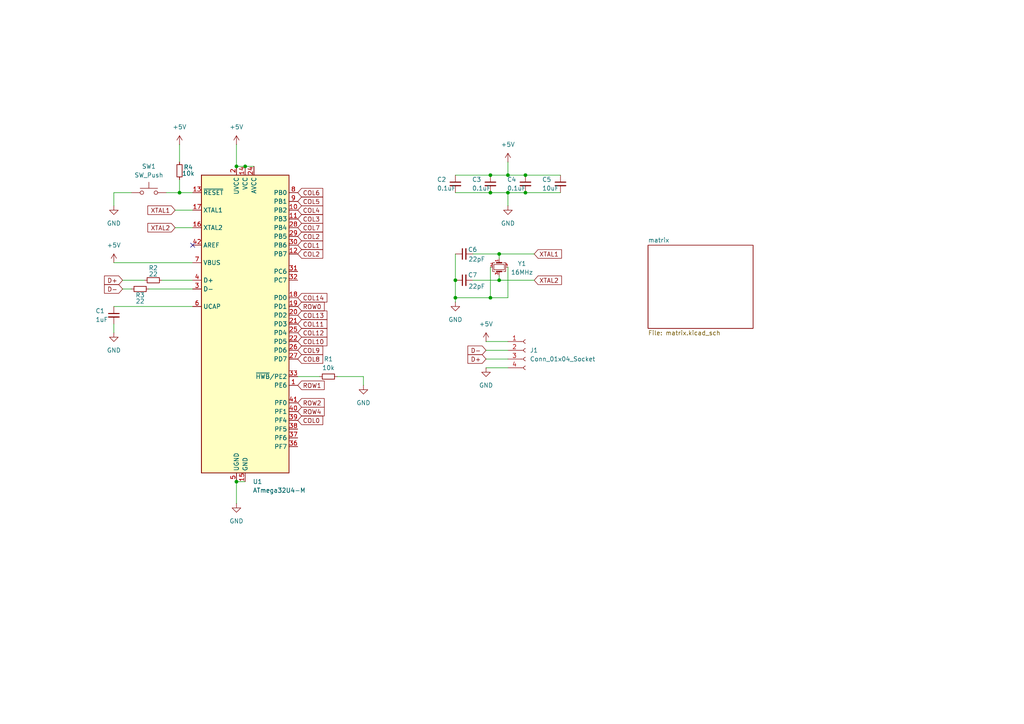
<source format=kicad_sch>
(kicad_sch (version 20231120) (generator "eeschema") (generator_version "8.0")
  (paper "A4")
  (title_block (title "Minimal60") (rev "1"))
  (lib_symbols
    (symbol "Connector:Conn_01x04_Socket" (pin_names (offset 1.016) hide)
      (property "Reference" "J" (at 0 5.08 0))
      (property "Value" "Conn_01x04_Socket" (at 0 -7.62 0))
      (symbol "Conn_01x04_Socket_1_1"
        (arc (start 0 -4.572) (mid -0.5058 -5.08) (end 0 -5.588) (stroke (width 0.1524)))
        (arc (start 0 -2.032) (mid -0.5058 -2.54) (end 0 -3.048) (stroke (width 0.1524)))
        (polyline (pts (xy -1.27 -5.08) (xy -0.508 -5.08)) (stroke (width 0.1524)))
        (polyline (pts (xy -1.27 -2.54) (xy -0.508 -2.54)) (stroke (width 0.1524)))
        (polyline (pts (xy -1.27 0) (xy -0.508 0)) (stroke (width 0.1524)))
        (polyline (pts (xy -1.27 2.54) (xy -0.508 2.54)) (stroke (width 0.1524)))
        (arc (start 0 0.508) (mid -0.5058 0) (end 0 -0.508) (stroke (width 0.1524)))
        (arc (start 0 3.048) (mid -0.5058 2.54) (end 0 2.032) (stroke (width 0.1524)))
        (pin passive line (at -5.08 2.54 0) (length 3.81) (name "Pin_1") (number "1"))
        (pin passive line (at -5.08 0 0) (length 3.81) (name "Pin_2") (number "2"))
        (pin passive line (at -5.08 -2.54 0) (length 3.81) (name "Pin_3") (number "3"))
        (pin passive line (at -5.08 -5.08 0) (length 3.81) (name "Pin_4") (number "4"))
      )
    )
    (symbol "Device:C_Small" (pin_numbers hide) (pin_names (offset 0.254) hide)
      (property "Reference" "C" (at 0.254 1.778 0))
      (property "Value" "C_Small" (at 0.254 -2.032 0))
      (symbol "C_Small_0_1"
        (polyline (pts (xy -1.524 -0.508) (xy 1.524 -0.508)) (stroke (width 0.3302)))
        (polyline (pts (xy -1.524 0.508) (xy 1.524 0.508)) (stroke (width 0.3048)))
      )
      (symbol "C_Small_1_1"
        (pin passive line (at 0 2.54 270) (length 2.032) (name "~") (number "1"))
        (pin passive line (at 0 -2.54 90) (length 2.032) (name "~") (number "2"))
      )
    )
    (symbol "Device:Crystal_GND24_Small" (pin_names (offset 1.016) hide)
      (property "Reference" "Y" (at 1.27 4.445 0))
      (property "Value" "Crystal_GND24_Small" (at 1.27 2.54 0))
      (symbol "Crystal_GND24_Small_0_1"
        (rectangle (start -0.762 -1.524) (end 0.762 1.524))
        (polyline (pts (xy -1.27 -0.762) (xy -1.27 0.762)) (stroke (width 0.381)))
        (polyline (pts (xy 1.27 -0.762) (xy 1.27 0.762)) (stroke (width 0.381)))
        (polyline (pts (xy -1.27 -1.27) (xy -1.27 -1.905) (xy 1.27 -1.905) (xy 1.27 -1.27)))
        (polyline (pts (xy -1.27 1.27) (xy -1.27 1.905) (xy 1.27 1.905) (xy 1.27 1.27)))
      )
      (symbol "Crystal_GND24_Small_1_1"
        (pin passive line (at -2.54 0 0) (length 1.27) (name "1") (number "1"))
        (pin passive line (at 0 -2.54 90) (length 0.635) (name "2") (number "2"))
        (pin passive line (at 2.54 0 180) (length 1.27) (name "3") (number "3"))
        (pin passive line (at 0 2.54 270) (length 0.635) (name "4") (number "4"))
      )
    )
    (symbol "Device:R_Small" (pin_numbers hide) (pin_names (offset 0.254) hide)
      (property "Reference" "R" (at 0.762 0.508 0))
      (property "Value" "R_Small" (at 0.762 -1.016 0))
      (symbol "R_Small_0_1"
        (rectangle (start -0.762 1.778) (end 0.762 -1.778) (stroke (width 0.2032)))
      )
      (symbol "R_Small_1_1"
        (pin passive line (at 0 2.54 270) (length 0.762) (name "~") (number "1"))
        (pin passive line (at 0 -2.54 90) (length 0.762) (name "~") (number "2"))
      )
    )
    (symbol "MCU_Microchip_ATmega:ATmega32U4-M"
      (property "Reference" "U" (at -12.7 44.45 0))
      (property "Value" "ATmega32U4-M" (at 2.54 -44.45 0))
      (symbol "ATmega32U4-M_0_1"
        (rectangle (start -12.7 -43.18) (end 12.7 43.18) (stroke (width 0.254)) (fill (type background)))
      )
      (symbol "ATmega32U4-M_1_1"
        (pin bidirectional line (at 15.24 -17.78 180) (length 2.54) (name "PE6") (number "1"))
        (pin bidirectional line (at 15.24 33.02 180) (length 2.54) (name "PB2") (number "10"))
        (pin bidirectional line (at 15.24 30.48 180) (length 2.54) (name "PB3") (number "11"))
        (pin bidirectional line (at 15.24 20.32 180) (length 2.54) (name "PB7") (number "12"))
        (pin input line (at -15.24 38.1 0) (length 2.54) (name "~{RESET}") (number "13"))
        (pin power_in line (at 0 45.72 270) (length 2.54) (name "VCC") (number "14"))
        (pin power_in line (at 0 -45.72 90) (length 2.54) (name "GND") (number "15"))
        (pin output line (at -15.24 27.94 0) (length 2.54) (name "XTAL2") (number "16"))
        (pin input line (at -15.24 33.02 0) (length 2.54) (name "XTAL1") (number "17"))
        (pin bidirectional line (at 15.24 7.62 180) (length 2.54) (name "PD0") (number "18"))
        (pin bidirectional line (at 15.24 5.08 180) (length 2.54) (name "PD1") (number "19"))
        (pin power_in line (at -2.54 45.72 270) (length 2.54) (name "UVCC") (number "2"))
        (pin bidirectional line (at 15.24 2.54 180) (length 2.54) (name "PD2") (number "20"))
        (pin bidirectional line (at 15.24 0 180) (length 2.54) (name "PD3") (number "21"))
        (pin bidirectional line (at 15.24 -5.08 180) (length 2.54) (name "PD5") (number "22"))
        (pin passive line (at 0 -45.72 90) (length 2.54) hide (name "GND") (number "23"))
        (pin power_in line (at 2.54 45.72 270) (length 2.54) (name "AVCC") (number "24"))
        (pin bidirectional line (at 15.24 -2.54 180) (length 2.54) (name "PD4") (number "25"))
        (pin bidirectional line (at 15.24 -7.62 180) (length 2.54) (name "PD6") (number "26"))
        (pin bidirectional line (at 15.24 -10.16 180) (length 2.54) (name "PD7") (number "27"))
        (pin bidirectional line (at 15.24 27.94 180) (length 2.54) (name "PB4") (number "28"))
        (pin bidirectional line (at 15.24 25.4 180) (length 2.54) (name "PB5") (number "29"))
        (pin bidirectional line (at -15.24 10.16 0) (length 2.54) (name "D-") (number "3"))
        (pin bidirectional line (at 15.24 22.86 180) (length 2.54) (name "PB6") (number "30"))
        (pin bidirectional line (at 15.24 15.24 180) (length 2.54) (name "PC6") (number "31"))
        (pin bidirectional line (at 15.24 12.7 180) (length 2.54) (name "PC7") (number "32"))
        (pin bidirectional line (at 15.24 -15.24 180) (length 2.54) (name "~{HWB}/PE2") (number "33"))
        (pin passive line (at 0 45.72 270) (length 2.54) hide (name "VCC") (number "34"))
        (pin passive line (at 0 -45.72 90) (length 2.54) hide (name "GND") (number "35"))
        (pin bidirectional line (at 15.24 -35.56 180) (length 2.54) (name "PF7") (number "36"))
        (pin bidirectional line (at 15.24 -33.02 180) (length 2.54) (name "PF6") (number "37"))
        (pin bidirectional line (at 15.24 -30.48 180) (length 2.54) (name "PF5") (number "38"))
        (pin bidirectional line (at 15.24 -27.94 180) (length 2.54) (name "PF4") (number "39"))
        (pin bidirectional line (at -15.24 12.7 0) (length 2.54) (name "D+") (number "4"))
        (pin bidirectional line (at 15.24 -25.4 180) (length 2.54) (name "PF1") (number "40"))
        (pin bidirectional line (at 15.24 -22.86 180) (length 2.54) (name "PF0") (number "41"))
        (pin passive line (at -15.24 22.86 0) (length 2.54) (name "AREF") (number "42"))
        (pin passive line (at 0 -45.72 90) (length 2.54) hide (name "GND") (number "43"))
        (pin passive line (at 2.54 45.72 270) (length 2.54) hide (name "AVCC") (number "44"))
        (pin passive line (at 0 -45.72 90) (length 2.54) hide (name "GND") (number "45"))
        (pin passive line (at -2.54 -45.72 90) (length 2.54) (name "UGND") (number "5"))
        (pin passive line (at -15.24 5.08 0) (length 2.54) (name "UCAP") (number "6"))
        (pin input line (at -15.24 17.78 0) (length 2.54) (name "VBUS") (number "7"))
        (pin bidirectional line (at 15.24 38.1 180) (length 2.54) (name "PB0") (number "8"))
        (pin bidirectional line (at 15.24 35.56 180) (length 2.54) (name "PB1") (number "9"))
      )
    )
    (symbol "Switch:SW_Push" (pin_numbers hide) (pin_names (offset 1.016) hide)
      (property "Reference" "SW" (at 1.27 2.54 0))
      (property "Value" "SW_Push" (at 0 -1.524 0))
      (symbol "SW_Push_0_1"
        (circle (center -2.032 0) (radius 0.508))
        (polyline (pts (xy 0 1.27) (xy 0 3.048)))
        (polyline (pts (xy 2.54 1.27) (xy -2.54 1.27)))
        (circle (center 2.032 0) (radius 0.508))
        (pin passive line (at -5.08 0 0) (length 2.54) (name "1") (number "1"))
        (pin passive line (at 5.08 0 180) (length 2.54) (name "2") (number "2"))
      )
    )
    (symbol "power:+5V" (power) (pin_numbers hide) (pin_names (offset 0) hide)
      (property "Value" "+5V" (at 0 3.556 0))
      (symbol "+5V_0_1"
        (polyline (pts (xy -0.762 1.27) (xy 0 2.54)))
        (polyline (pts (xy 0 0) (xy 0 2.54)))
        (polyline (pts (xy 0 2.54) (xy 0.762 1.27)))
      )
      (symbol "+5V_1_1"
        (pin power_in line (at 0 0 90) (length 0) (name "~") (number "1"))
      )
    )
    (symbol "power:GND" (power) (pin_numbers hide) (pin_names (offset 0) hide)
      (property "Value" "GND" (at 0 -3.81 0))
      (symbol "GND_0_1"
        (polyline (pts (xy 0 0) (xy 0 -1.27) (xy 1.27 -1.27) (xy 0 -2.54) (xy -1.27 -1.27) (xy 0 -1.27)))
      )
      (symbol "GND_1_1"
        (pin power_in line (at 0 0 270) (length 0) (name "~") (number "1"))
      )
    )
  )
  (junction (at 142.24 86.36))
  (junction (at 144.78 81.28))
  (junction (at 132.08 86.36))
  (junction (at 142.24 55.88))
  (junction (at 68.58 139.7))
  (junction (at 68.58 48.26))
  (junction (at 152.4 55.88))
  (junction (at 144.78 73.66))
  (junction (at 142.24 50.8))
  (junction (at 132.08 81.28))
  (junction (at 147.32 55.88))
  (junction (at 52.07 55.88))
  (junction (at 152.4 50.8))
  (junction (at 147.32 50.8))
  (junction (at 71.12 48.26))
  (no_connect (at 55.88 71.12))
  (wire (pts (xy 147.32 86.36) (xy 142.24 86.36)))
  (wire (pts (xy 68.58 41.91) (xy 68.58 48.26)))
  (wire (pts (xy 33.02 55.88) (xy 38.1 55.88)))
  (wire (pts (xy 144.78 73.66) (xy 154.94 73.66)))
  (wire (pts (xy 33.02 93.98) (xy 33.02 96.52)))
  (wire (pts (xy 144.78 81.28) (xy 154.94 81.28)))
  (wire (pts (xy 97.79 109.22) (xy 105.41 109.22)))
  (wire (pts (xy 142.24 50.8) (xy 147.32 50.8)))
  (wire (pts (xy 144.78 80.01) (xy 144.78 81.28)))
  (wire (pts (xy 144.78 74.93) (xy 144.78 73.66)))
  (wire (pts (xy 68.58 139.7) (xy 71.12 139.7)))
  (wire (pts (xy 52.07 41.91) (xy 52.07 46.99)))
  (wire (pts (xy 144.78 81.28) (xy 137.16 81.28)))
  (wire (pts (xy 147.32 55.88) (xy 152.4 55.88)))
  (wire (pts (xy 152.4 50.8) (xy 162.56 50.8)))
  (wire (pts (xy 35.56 83.82) (xy 38.1 83.82)))
  (wire (pts (xy 147.32 46.99) (xy 147.32 50.8)))
  (wire (pts (xy 35.56 81.28) (xy 41.91 81.28)))
  (wire (pts (xy 86.36 109.22) (xy 92.71 109.22)))
  (wire (pts (xy 142.24 77.47) (xy 142.24 86.36)))
  (wire (pts (xy 105.41 109.22) (xy 105.41 111.76)))
  (wire (pts (xy 68.58 48.26) (xy 71.12 48.26)))
  (wire (pts (xy 33.02 76.2) (xy 55.88 76.2)))
  (wire (pts (xy 48.26 55.88) (xy 52.07 55.88)))
  (wire (pts (xy 46.99 81.28) (xy 55.88 81.28)))
  (wire (pts (xy 68.58 146.05) (xy 68.58 139.7)))
  (wire (pts (xy 132.08 73.66) (xy 132.08 81.28)))
  (wire (pts (xy 132.08 50.8) (xy 142.24 50.8)))
  (wire (pts (xy 140.97 99.06) (xy 147.32 99.06)))
  (wire (pts (xy 132.08 81.28) (xy 132.08 86.36)))
  (wire (pts (xy 144.78 73.66) (xy 137.16 73.66)))
  (wire (pts (xy 140.97 104.14) (xy 147.32 104.14)))
  (wire (pts (xy 140.97 106.68) (xy 147.32 106.68)))
  (wire (pts (xy 33.02 88.9) (xy 55.88 88.9)))
  (wire (pts (xy 33.02 59.69) (xy 33.02 55.88)))
  (wire (pts (xy 147.32 77.47) (xy 147.32 86.36)))
  (wire (pts (xy 132.08 86.36) (xy 132.08 87.63)))
  (wire (pts (xy 71.12 48.26) (xy 73.66 48.26)))
  (wire (pts (xy 142.24 86.36) (xy 132.08 86.36)))
  (wire (pts (xy 147.32 55.88) (xy 147.32 59.69)))
  (wire (pts (xy 52.07 55.88) (xy 55.88 55.88)))
  (wire (pts (xy 152.4 55.88) (xy 162.56 55.88)))
  (wire (pts (xy 50.8 60.96) (xy 55.88 60.96)))
  (wire (pts (xy 50.8 66.04) (xy 55.88 66.04)))
  (wire (pts (xy 147.32 50.8) (xy 152.4 50.8)))
  (wire (pts (xy 43.18 83.82) (xy 55.88 83.82)))
  (wire (pts (xy 52.07 52.07) (xy 52.07 55.88)))
  (wire (pts (xy 140.97 101.6) (xy 147.32 101.6)))
  (wire (pts (xy 132.08 55.88) (xy 142.24 55.88)))
  (wire (pts (xy 142.24 55.88) (xy 147.32 55.88)))
  (global_label "COL4" (shape input) (at 86.36 60.96 0) (property "Intersheetrefs" "${INTERSHEET_REFS}" (effects (hide yes))))
  (global_label "D-" (shape input) (at 140.97 101.6 180) (property "Intersheetrefs" "${INTERSHEET_REFS}" (effects (hide yes))))
  (global_label "COL0" (shape input) (at 86.36 121.92 0) (property "Intersheetrefs" "${INTERSHEET_REFS}" (effects (hide yes))))
  (global_label "ROW4" (shape input) (at 86.36 119.38 0) (property "Intersheetrefs" "${INTERSHEET_REFS}" (effects (hide yes))))
  (global_label "XTAL1" (shape input) (at 50.8 60.96 180) (property "Intersheetrefs" "${INTERSHEET_REFS}" (effects (hide yes))))
  (global_label "COL7" (shape input) (at 86.36 66.04 0) (property "Intersheetrefs" "${INTERSHEET_REFS}" (effects (hide yes))))
  (global_label "COL13" (shape input) (at 86.36 91.44 0) (property "Intersheetrefs" "${INTERSHEET_REFS}" (effects (hide yes))))
  (global_label "COL5" (shape input) (at 86.36 58.42 0) (property "Intersheetrefs" "${INTERSHEET_REFS}" (effects (hide yes))))
  (global_label "COL1" (shape input) (at 86.36 71.12 0) (property "Intersheetrefs" "${INTERSHEET_REFS}" (effects (hide yes))))
  (global_label "COL6" (shape input) (at 86.36 55.88 0) (property "Intersheetrefs" "${INTERSHEET_REFS}" (effects (hide yes))))
  (global_label "COL8" (shape input) (at 86.36 104.14 0) (property "Intersheetrefs" "${INTERSHEET_REFS}" (effects (hide yes))))
  (global_label "ROW0" (shape input) (at 86.36 88.9 0) (property "Intersheetrefs" "${INTERSHEET_REFS}" (effects (hide yes))))
  (global_label "XTAL2" (shape input) (at 154.94 81.28 0) (property "Intersheetrefs" "${INTERSHEET_REFS}" (effects (hide yes))))
  (global_label "ROW1" (shape input) (at 86.36 111.76 0) (property "Intersheetrefs" "${INTERSHEET_REFS}" (effects (hide yes))))
  (global_label "COL14" (shape input) (at 86.36 86.36 0) (property "Intersheetrefs" "${INTERSHEET_REFS}" (effects (hide yes))))
  (global_label "COL11" (shape input) (at 86.36 93.98 0) (property "Intersheetrefs" "${INTERSHEET_REFS}" (effects (hide yes))))
  (global_label "COL3" (shape input) (at 86.36 63.5 0) (property "Intersheetrefs" "${INTERSHEET_REFS}" (effects (hide yes))))
  (global_label "D+" (shape input) (at 140.97 104.14 180) (property "Intersheetrefs" "${INTERSHEET_REFS}" (effects (hide yes))))
  (global_label "XTAL1" (shape input) (at 154.94 73.66 0) (property "Intersheetrefs" "${INTERSHEET_REFS}" (effects (hide yes))))
  (global_label "COL2" (shape input) (at 86.36 73.66 0) (property "Intersheetrefs" "${INTERSHEET_REFS}" (effects (hide yes))))
  (global_label "D+" (shape input) (at 35.56 81.28 180) (property "Intersheetrefs" "${INTERSHEET_REFS}" (effects (hide yes))))
  (global_label "ROW2" (shape input) (at 86.36 116.84 0) (property "Intersheetrefs" "${INTERSHEET_REFS}" (effects (hide yes))))
  (global_label "COL2" (shape input) (at 86.36 68.58 0) (property "Intersheetrefs" "${INTERSHEET_REFS}" (effects (hide yes))))
  (global_label "XTAL2" (shape input) (at 50.8 66.04 180) (property "Intersheetrefs" "${INTERSHEET_REFS}" (effects (hide yes))))
  (global_label "D-" (shape input) (at 35.56 83.82 180) (property "Intersheetrefs" "${INTERSHEET_REFS}" (effects (hide yes))))
  (global_label "COL12" (shape input) (at 86.36 96.52 0) (property "Intersheetrefs" "${INTERSHEET_REFS}" (effects (hide yes))))
  (global_label "COL10" (shape input) (at 86.36 99.06 0) (property "Intersheetrefs" "${INTERSHEET_REFS}" (effects (hide yes))))
  (global_label "COL9" (shape input) (at 86.36 101.6 0) (property "Intersheetrefs" "${INTERSHEET_REFS}" (effects (hide yes))))
  (symbol (lib_id "power:GND") (at 147.32 59.69 0) (unit 1)
    (property "Reference" "#PWR06" (effects (hide yes)))
    (property "Value" "GND" (at 147.32 64.77 0))
    (property "Description" "Power symbol creates a global label with name \"GND\" , ground" (effects (hide yes)))
  )
  (symbol (lib_id "Device:C_Small") (at 132.08 53.34 0) (unit 1)
    (property "Reference" "C2" (at 126.746 52.07 0) (effects (justify left)))
    (property "Value" "0.1uF" (at 126.746 54.61 0) (effects (justify left)))
    (property "Footprint" "Capacitor_SMD:C_0805_2012Metric" (effects (hide yes)))
    (property "Description" "Unpolarized capacitor, small symbol" (effects (hide yes)))
  )
  (symbol (lib_id "power:+5V") (at 33.02 76.2 0) (mirror y) (unit 1)
    (property "Reference" "#PWR05" (effects (hide yes)))
    (property "Value" "+5V" (at 33.02 71.12 0))
    (property "Description" "Power symbol creates a global label with name \"+5V\"" (effects (hide yes)))
  )
  (symbol (lib_id "power:GND") (at 68.58 146.05 0) (unit 1)
    (property "Reference" "#PWR02" (effects (hide yes)))
    (property "Value" "GND" (at 68.58 151.13 0))
    (property "Description" "Power symbol creates a global label with name \"GND\" , ground" (effects (hide yes)))
  )
  (symbol (lib_id "Device:C_Small") (at 152.4 53.34 0) (unit 1)
    (property "Reference" "C4" (at 147.066 52.07 0) (effects (justify left)))
    (property "Value" "0.1uF" (at 147.066 54.61 0) (effects (justify left)))
    (property "Footprint" "Capacitor_SMD:C_0805_2012Metric" (effects (hide yes)))
    (property "Description" "Unpolarized capacitor, small symbol" (effects (hide yes)))
  )
  (symbol (lib_id "power:GND") (at 132.08 87.63 0) (unit 1)
    (property "Reference" "#PWR08" (effects (hide yes)))
    (property "Value" "GND" (at 132.08 92.71 0))
    (property "Description" "Power symbol creates a global label with name \"GND\" , ground" (effects (hide yes)))
  )
  (symbol (lib_id "Device:C_Small") (at 134.62 73.66 90) (unit 1)
    (property "Reference" "C6" (at 138.43 72.39 90) (effects (justify left)))
    (property "Value" "22pF" (at 140.716 75.184 90) (effects (justify left)))
    (property "Footprint" "Capacitor_SMD:C_0805_2012Metric" (effects (hide yes)))
    (property "Description" "Unpolarized capacitor, small symbol" (effects (hide yes)))
  )
  (symbol (lib_id "power:GND") (at 105.41 111.76 0) (unit 1)
    (property "Reference" "#PWR03" (effects (hide yes)))
    (property "Value" "GND" (at 105.41 116.84 0))
    (property "Description" "Power symbol creates a global label with name \"GND\" , ground" (effects (hide yes)))
  )
  (symbol (lib_id "MCU_Microchip_ATmega:ATmega32U4-M") (at 71.12 93.98 0) (unit 1)
    (property "Reference" "U1" (at 73.3141 139.7 0) (effects (justify left)))
    (property "Value" "ATmega32U4-M" (at 73.3141 142.24 0) (effects (justify left)))
    (property "Footprint" "Package_DFN_QFN:QFN-44-1EP_7x7mm_P0.5mm_EP5.2x5.2mm" (effects (hide yes)))
    (property "Datasheet" "http://ww1.microchip.com/downloads/en/DeviceDoc/Atmel-7766-8-bit-AVR-ATmega16U4-32U4_Datasheet.pdf" (effects (hide yes)))
    (property "Description" "16MHz, 32kB Flash, 2.5kB SRAM, 1kB EEPROM, USB 2.0, QFN-44" (effects (hide yes)))
  )
  (symbol (lib_id "power:+5V") (at 147.32 46.99 0) (unit 1)
    (property "Reference" "#PWR07" (effects (hide yes)))
    (property "Value" "+5V" (at 147.32 41.91 0))
    (property "Description" "Power symbol creates a global label with name \"+5V\"" (effects (hide yes)))
  )
  (symbol (lib_id "power:GND") (at 33.02 96.52 0) (unit 1)
    (property "Reference" "#PWR04" (effects (hide yes)))
    (property "Value" "GND" (at 33.02 101.6 0))
    (property "Description" "Power symbol creates a global label with name \"GND\" , ground" (effects (hide yes)))
  )
  (symbol (lib_id "Device:C_Small") (at 33.02 91.44 0) (unit 1)
    (property "Reference" "C1" (at 27.686 90.17 0) (effects (justify left)))
    (property "Value" "1uF" (at 27.686 92.71 0) (effects (justify left)))
    (property "Footprint" "Capacitor_SMD:C_0805_2012Metric" (effects (hide yes)))
    (property "Description" "Unpolarized capacitor, small symbol" (effects (hide yes)))
  )
  (symbol (lib_id "Device:R_Small") (at 44.45 81.28 90) (unit 1)
    (property "Reference" "R2" (at 44.45 77.724 90))
    (property "Value" "22" (at 44.45 79.502 90))
    (property "Footprint" "Resistor_SMD:R_0805_2012Metric" (effects (hide yes)))
    (property "Description" "Resistor, small symbol" (effects (hide yes)))
  )
  (symbol (lib_id "Device:R_Small") (at 40.64 83.82 90) (unit 1)
    (property "Reference" "R3" (at 40.64 85.598 90))
    (property "Value" "22" (at 40.64 87.376 90))
    (property "Footprint" "Resistor_SMD:R_0805_2012Metric" (effects (hide yes)))
    (property "Description" "Resistor, small symbol" (effects (hide yes)))
  )
  (symbol (lib_id "Device:R_Small") (at 52.07 49.53 0) (unit 1)
    (property "Reference" "R4" (at 54.61 48.514 0))
    (property "Value" "10k" (at 54.61 50.292 0))
    (property "Footprint" "Resistor_SMD:R_0805_2012Metric" (effects (hide yes)))
    (property "Description" "Resistor, small symbol" (effects (hide yes)))
  )
  (symbol (lib_id "Connector:Conn_01x04_Socket") (at 152.4 101.6 0) (unit 1)
    (property "Reference" "J1" (at 153.67 101.5999 0) (effects (justify left)))
    (property "Value" "Conn_01x04_Socket" (at 153.67 104.1399 0) (effects (justify left)))
    (property "Footprint" "Connector_Molex:Molex_Pico-EZmate_78171-0004_1x04-1MP_P1.20mm_Vertical" (effects (hide yes)))
    (property "Description" "Generic connector, single row, 01x04, script generated" (effects (hide yes)))
  )
  (symbol (lib_id "power:+5V") (at 140.97 99.06 0) (unit 1)
    (property "Reference" "#PWR011" (effects (hide yes)))
    (property "Value" "+5V" (at 140.97 93.98 0))
    (property "Description" "Power symbol creates a global label with name \"+5V\"" (effects (hide yes)))
  )
  (symbol (lib_id "Device:C_Small") (at 134.62 81.28 90) (unit 1)
    (property "Reference" "C7" (at 138.43 79.756 90) (effects (justify left)))
    (property "Value" "22pF" (at 140.716 83.058 90) (effects (justify left)))
    (property "Footprint" "Capacitor_SMD:C_0805_2012Metric" (effects (hide yes)))
    (property "Description" "Unpolarized capacitor, small symbol" (effects (hide yes)))
  )
  (symbol (lib_id "Device:C_Small") (at 162.56 53.34 0) (unit 1)
    (property "Reference" "C5" (at 157.226 52.07 0) (effects (justify left)))
    (property "Value" "10uF" (at 157.226 54.61 0) (effects (justify left)))
    (property "Footprint" "Capacitor_SMD:C_0805_2012Metric" (effects (hide yes)))
    (property "Description" "Unpolarized capacitor, small symbol" (effects (hide yes)))
  )
  (symbol (lib_id "Device:R_Small") (at 95.25 109.22 90) (unit 1)
    (property "Reference" "R1" (at 95.25 104.14 90))
    (property "Value" "10k" (at 95.25 106.68 90))
    (property "Footprint" "Resistor_SMD:R_0805_2012Metric" (effects (hide yes)))
    (property "Description" "Resistor, small symbol" (effects (hide yes)))
  )
  (symbol (lib_id "Device:Crystal_GND24_Small") (at 144.78 77.47 270) (unit 1)
    (property "Reference" "Y1" (at 151.384 76.454 90))
    (property "Value" "16MHz" (at 151.384 78.994 90))
    (property "Footprint" "Crystal:Crystal_SMD_3225-4Pin_3.2x2.5mm" (effects (hide yes)))
    (property "Description" "Four pin crystal, GND on pins 2 and 4, small symbol" (effects (hide yes)))
  )
  (symbol (lib_id "Switch:SW_Push") (at 43.18 55.88 0) (unit 1)
    (property "Reference" "SW1" (at 43.18 48.26 0))
    (property "Value" "SW_Push" (at 43.18 50.8 0))
    (property "Footprint" "Button_Switch_SMD:SW_SPST_SKQG_WithoutStem" (effects (hide yes)))
    (property "Description" "Push button switch, generic, two pins" (effects (hide yes)))
  )
  (symbol (lib_id "power:+5V") (at 68.58 41.91 0) (unit 1)
    (property "Reference" "#PWR01" (effects (hide yes)))
    (property "Value" "+5V" (at 68.58 36.83 0))
    (property "Description" "Power symbol creates a global label with name \"+5V\"" (effects (hide yes)))
  )
  (symbol (lib_id "power:GND") (at 140.97 106.68 0) (unit 1)
    (property "Reference" "#PWR012" (effects (hide yes)))
    (property "Value" "GND" (at 140.97 111.76 0))
    (property "Description" "Power symbol creates a global label with name \"GND\" , ground" (effects (hide yes)))
  )
  (symbol (lib_id "Device:C_Small") (at 142.24 53.34 0) (unit 1)
    (property "Reference" "C3" (at 136.906 52.07 0) (effects (justify left)))
    (property "Value" "0.1uF" (at 136.906 54.61 0) (effects (justify left)))
    (property "Footprint" "Capacitor_SMD:C_0805_2012Metric" (effects (hide yes)))
    (property "Description" "Unpolarized capacitor, small symbol" (effects (hide yes)))
  )
  (symbol (lib_id "power:+5V") (at 52.07 41.91 0) (unit 1)
    (property "Reference" "#PWR010" (effects (hide yes)))
    (property "Value" "+5V" (at 52.07 36.83 0))
    (property "Description" "Power symbol creates a global label with name \"+5V\"" (effects (hide yes)))
  )
  (symbol (lib_id "power:GND") (at 33.02 59.69 0) (unit 1)
    (property "Reference" "#PWR09" (effects (hide yes)))
    (property "Value" "GND" (at 33.02 64.77 0))
    (property "Description" "Power symbol creates a global label with name \"GND\" , ground" (effects (hide yes)))
  )
  (sheet (at 187.96 71.12) (size 30.48 24.13) (stroke (width 0.1524))
    (property "Sheetname" "matrix" (at 187.96 70.4084 0) (effects (justify left bottom)))
    (property "Sheetfile" "matrix.kicad_sch" (at 187.96 95.8346 0) (effects (justify left top)))
  )
)
</source>
